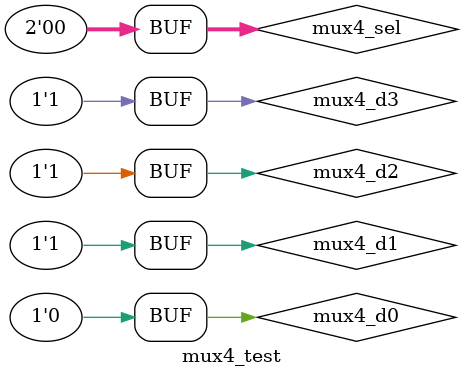
<source format=sv>
module mux4_test;


	logic mux4_d0;
	logic mux4_d1;
	logic mux4_d2;
	logic mux4_d3;
	logic [1:0] mux4_sel;
	
	logic mux4_z;
	
	mux4 mux4Test(
		.d3(mux4_d3),
		.d2(mux4_d2),
		.d1(mux4_d1),
		.d0(mux4_d0),
		.sel(mux4_sel),
		.z(mux4_z)
	);
	
	initial begin
		mux4_d3 = 1'b1;
		mux4_d2 = 1'b1;
		mux4_d1 = 1'b1;
		mux4_d0 = 1'b0;
		mux4_sel[0] = 1'b0;
		mux4_sel[1] = 1'b0;
		
		#100
		mux4_d3 = 1'b1;
		mux4_d2 = 1'b1;
		mux4_d1 = 1'b1;
		mux4_d0 = 1'b1;
		mux4_sel[0] = 1'b0;
		mux4_sel[1] = 1'b0;
		
		#100
		mux4_d3 = 1'b1;
		mux4_d2 = 1'b1;
		mux4_d1 = 1'b1;
		mux4_d0 = 1'b0;
		mux4_sel[0] = 1'b0;
		mux4_sel[1] = 1'b0;
			
	end
endmodule
	

</source>
